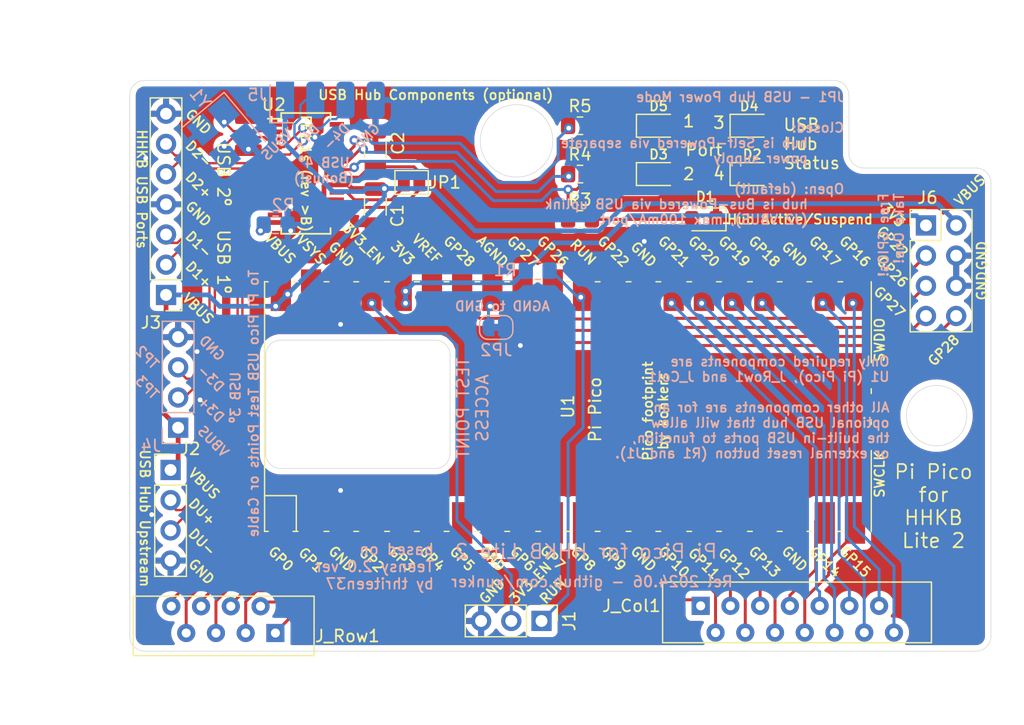
<source format=kicad_pcb>
(kicad_pcb (version 20211014) (generator pcbnew)
  (title_block (title "HHKB Lite 2 - Teensy 2.0") (date "2020-05-19") (rev "2020.06") (company "thirteen37"))
  (layers (0 "F.Cu" signal) (31 "B.Cu" signal) (34 "B.Paste" user) (35 "F.Paste" user) (36 "B.SilkS" user "B.Silkscreen") (37 "F.SilkS" user "F.Silkscreen") (38 "B.Mask" user) (39 "F.Mask" user) (44 "Edge.Cuts" user))
  (net 0 "")
  (net 1 "Net-(J_Col1-Pad14)")
  (net 2 "Net-(J_Col1-Pad13)")
  (net 3 "Net-(J_Col1-Pad12)")
  (net 4 "Net-(J_Col1-Pad8)")
  (net 5 "Net-(J_Col1-Pad7)")
  (net 6 "Net-(J_Col1-Pad6)")
  (net 7 "Net-(J_Col1-Pad5)")
  (net 8 "Net-(J_Col1-Pad4)")
  (net 9 "Net-(J_Col1-Pad3)")
  (net 10 "Net-(J_Col1-Pad2)")
  (net 11 "Net-(J_Col1-Pad1)")
  (net 12 "Net-(J_Row1-Pad8)")
  (net 13 "Net-(J_Row1-Pad7)")
  (net 14 "Net-(J_Row1-Pad6)")
  (net 15 "Net-(J_Row1-Pad5)")
  (net 16 "Net-(J_Row1-Pad4)")
  (net 17 "Net-(J_Row1-Pad3)")
  (net 18 "Net-(J_Row1-Pad2)")
  (net 19 "GND")
  (net 20 "RESET_H")
  (net 22 "Net-(J_Col1-Pad9)")
  (net 23 "3V3_EN_H")
  (net 25 "Net-(J_Col1-Pad10)")
  (net 26 "Net-(J_Col1-Pad11)")
  (net 27 "Net-(J_Row1-Pad1)")
  (net 28 "D2+")
  (net 29 "VD3.3")
  (net 30 "VBUS")
  (net 33 "DU+")
  (net 34 "DU-")
  (net 35 "D2-")
  (net 36 "D1+")
  (net 37 "D1-")
  (net 38 "Net-(R2-Pad1)")
  (net 39 "XTAL-")
  (net 40 "XTAL+")
  (net 41 "BUSJ")
  (net 42 "D3+")
  (net 43 "D3-")
  (net 44 "DRV")
  (net 45 "Net-(D2-Pad2)")
  (net 46 "Net-(D4-Pad2)")
  (net 47 "LED1")
  (net 48 "LED2")
  (net 49 "Net-(D1-Pad2)")
  (net 50 "D4+")
  (net 51 "D4-")
  (net 52 "GPIO28")
  (net 53 "GPIO27")
  (net 54 "GPIP26")
  (net 55 "GPIO22")
  (net 56 "+3V3")
  (net 60 "AGND")
  (footprint "Connector_Molex_Easy-On:Molex_Easy-On_39-53-2084_8-Contacts" (layer "F.Cu") (at 134.112 75.438 180)
    (fp_text reference "J_Row1")
    (fp_text value "Rows")
  )
  (footprint "Connector_Molex_Easy-On:Molex_Easy-On_39-53-2144_14-Contacts" (layer "F.Cu") (at 169.91 73.152)
    (fp_text reference "J_Col1")
    (fp_text value "Columns")
  )
  (footprint "Capacitor_SMD:C_1206_3216Metric" (layer "F.Cu") (at 142.561 34.743 90)
    (fp_text reference "C2")
    (fp_text value "10uF")
  )
  (footprint "Connector_PinHeader_2.54mm:PinHeader_1x07_P2.54mm_Vertical" (layer "F.Cu") (at 124.968 46.995 180)
    (fp_text reference "J3")
    (fp_text value "Conn_01x07_Male")
  )
  (footprint "Jumper:SolderJumper-2_P1.3mm_Open_Pad1.0x1.5mm" (layer "F.Cu") (at 145.609 37.537)
    (fp_text reference "JP1")
    (fp_text value "Jumper-2_P1.3mm_Open_Pad1.0x1.5mm")
  )
  (footprint "Connector_PinHeader_2.54mm:PinHeader_1x03_P2.54mm_Vertical" (layer "F.Cu") (at 156.531 74.422 -90)
    (fp_text reference "J1")
    (fp_text value "Conn_01x02_Male")
  )
  (footprint "MCU_RaspberryPi_and_Boards:RPi_Pico_SMD" (layer "F.Cu") (at 158.75 56.388 90)
    (fp_text reference "U1")
    (fp_text value "Pico")
  )
  (footprint "LED_SMD:LED_0805_2012Metric_Pad1.15x1.40mm_HandSolder" (layer "F.Cu") (at 166.37 36.83)
    (fp_text reference "D3")
    (fp_text value "LED")
  )
  (footprint "Package_SO:SSOP-28_3.9x9.9mm_P0.635mm" (layer "F.Cu") (at 136.719 36.775)
    (fp_text reference "U2")
    (fp_text value "FE1.1s")
  )
  (footprint "Connector_PinHeader_2.54mm:PinHeader_2x04_P2.54mm_Vertical" (layer "F.Cu") (at 188.849 41.148)
    (fp_text reference "J6")
    (fp_text value "Conn_01x07_Male")
  )
  (footprint "Resistor_SMD:R_0805_2012Metric_Pad1.20x1.40mm_HandSolder" (layer "F.Cu") (at 159.766 36.83)
    (fp_text reference "R4")
    (fp_text value "330")
  )
  (footprint "LED_SMD:LED_0805_2012Metric_Pad1.15x1.40mm_HandSolder" (layer "F.Cu") (at 174.244 36.83)
    (fp_text reference "D2")
    (fp_text value "LED")
  )
  (footprint "Resistor_SMD:R_0805_2012Metric_Pad1.20x1.40mm_HandSolder" (layer "F.Cu") (at 159.766 40.64)
    (fp_text reference "R3")
    (fp_text value "330")
  )
  (footprint "LED_SMD:LED_0805_2012Metric_Pad1.15x1.40mm_HandSolder" (layer "F.Cu") (at 174.244 32.766)
    (fp_text reference "D4")
    (fp_text value "LED")
  )
  (footprint "Resistor_SMD:R_0805_2012Metric_Pad1.20x1.40mm_HandSolder" (layer "F.Cu") (at 159.766 32.766)
    (fp_text reference "R5")
    (fp_text value "330")
  )
  (footprint "Connector_PinHeader_2.54mm:PinHeader_1x04_P2.54mm_Vertical" (layer "F.Cu") (at 125.349 61.722)
    (fp_text reference "J2")
    (fp_text value "Conn_01x02_Male")
  )
  (footprint "LED_SMD:LED_0805_2012Metric_Pad1.15x1.40mm_HandSolder" (layer "F.Cu") (at 170.18 40.64 180)
    (fp_text reference "D1")
    (fp_text value "LED")
  )
  (footprint "LED_SMD:LED_0805_2012Metric_Pad1.15x1.40mm_HandSolder" (layer "F.Cu") (at 166.37 32.766)
    (fp_text reference "D5")
    (fp_text value "LED")
  )
  (footprint "Capacitor_SMD:C_1206_3216Metric" (layer "F.Cu") (at 142.561 39.569 -90)
    (fp_text reference "C1")
    (fp_text value "10uF")
  )
  (footprint "Crystal:Crystal_SMD_3225-4Pin_3.2x2.5mm_HandSoldering" (layer "B.Cu") (at 129.861 33.473 -50)
    (fp_text reference "Y1")
    (fp_text value "12mhz")
  )
  (footprint "Resistor_SMD:R_0805_2012Metric_Pad1.20x1.40mm_HandSolder" (layer "B.Cu") (at 134.179 41.093)
    (fp_text reference "R2")
    (fp_text value "2.7K")
  )
  (footprint "Jumper:SolderJumper-2_P1.3mm_Bridged_RoundedPad1.0x1.5mm" (layer "B.Cu") (at 152.721 49.729)
    (fp_text reference "JP2")
    (fp_text value "Jumper_2_Bridged")
  )
  (footprint "Connector_PinHeader_2.54mm:2.54mm 1x4 header edge" (layer "B.Cu") (at 133.703 28.955 -90)
    (fp_text reference "J5")
    (fp_text value "Conn_01x02_Male")
  )
  (footprint "Resistor_SMD:R_0805_2012Metric_Pad1.20x1.40mm_HandSolder" (layer "B.Cu") (at 156.21 44.958)
    (fp_text reference "R1")
    (fp_text value "4.7K")
  )
  (footprint "Connector_PinHeader_2.54mm:PinHeader_1x04_P2.54mm_Vertical" (layer "B.Cu") (at 125.984 58.166)
    (fp_text reference "J4")
    (fp_text value "Conn_01x04_Male")
  )
  (gr_line (start 123.172619 28.956) (end 181.119381 28.956) (layer "Edge.Cuts") (width 0.05))
  (gr_line (start 123.172619 76.962) (end 193.057381 76.962) (layer "Edge.Cuts") (width 0.05))
  (gr_line (start 193.057381 36.322) (end 183.624619 36.322) (layer "Edge.Cuts") (width 0.05))
  (gr_circle (center 154.432 34.036) (end 157.48 34.036) (layer "Edge.Cuts") (width 0.05) (fill none))
  (gr_arc (start 183.624619 36.322) (mid 182.738884 35.955116) (end 182.372 35.069381) (layer "Edge.Cuts") (width 0.05))
  (gr_arc (start 147.591381 50.8) (mid 148.477122 51.166878) (end 148.844 52.052619) (layer "Edge.Cuts") (width 0.05))
  (gr_arc (start 123.172619 76.962) (mid 122.286884 76.595116) (end 121.92 75.709381) (layer "Edge.Cuts") (width 0.05))
  (gr_arc (start 121.92 30.208619) (mid 122.286884 29.322884) (end 123.172619 28.956) (layer "Edge.Cuts") (width 0.05))
  (gr_line (start 147.591381 61.595) (end 134.602619 61.595) (layer "Edge.Cuts") (width 0.05))
  (gr_line (start 194.31 75.709381) (end 194.31 37.574619) (layer "Edge.Cuts") (width 0.05))
  (gr_line (start 133.35 60.342381) (end 133.35 52.052619) (layer "Edge.Cuts") (width 0.05))
  (gr_line (start 121.92 75.709381) (end 121.92 30.208619) (layer "Edge.Cuts") (width 0.05))
  (gr_arc (start 193.057381 36.322) (mid 193.943116 36.688884) (end 194.31 37.574619) (layer "Edge.Cuts") (width 0.05))
  (gr_arc (start 194.31 75.709381) (mid 193.943116 76.595116) (end 193.057381 76.962) (layer "Edge.Cuts") (width 0.05))
  (gr_circle (center 189.738 57.15) (end 187.198 57.15) (layer "Edge.Cuts") (width 0.05) (fill none))
  (gr_arc (start 134.602619 61.595) (mid 133.716878 61.228122) (end 133.35 60.342381) (layer "Edge.Cuts") (width 0.05))
  (gr_arc (start 181.119381 28.956) (mid 182.005116 29.322884) (end 182.372 30.208619) (layer "Edge.Cuts") (width 0.05))
  (gr_line (start 182.372 35.069381) (end 182.372 30.208619) (layer "Edge.Cuts") (width 0.05))
  (gr_arc (start 148.844 60.342381) (mid 148.477122 61.228122) (end 147.591381 61.595) (layer "Edge.Cuts") (width 0.05))
  (gr_line (start 148.844 52.052619) (end 148.844 60.342381) (layer "Edge.Cuts") (width 0.05))
  (gr_line (start 134.602619 50.8) (end 147.591381 50.8) (layer "Edge.Cuts") (width 0.05))
  (gr_arc (start 133.35 52.052619) (mid 133.716878 51.166878) (end 134.602619 50.8) (layer "Edge.Cuts") (width 0.05))
  (gr_text "VBUS" (at 135.449 33.219 45) (layer "B.SilkS") (effects (font (size 0.8 0.8)) (justify left mirror)))
  (gr_text "D3-" (at 127.762 53.056 315) (layer "B.SilkS") (effects (font (size 0.8 0.8)) (justify right mirror)))
  (gr_text "USB 4º\n(Bonus!)" (at 138.243 36.521) (layer "B.SilkS") (effects (font (size 0.8 0.8)) (justify mirror)))
  (gr_text "JP1 - USB Hub Power Mode\n\nClosed:\n     hub is Self-Powered via separate\n     power supply\n\nOpen: (default)\n     hub is Bus-Powered via USB uplink\n     (J2 VBUS), max 100mA/port\n" (at 182.058 35.505) (layer "B.SilkS") (effects (font (size 0.8 0.8)) (justify left mirror)))
  (gr_text "D4-" (at 140.275 32.711 45) (layer "B.SilkS") (effects (font (size 0.8 0.8)) (justify left mirror)))
  (gr_text "VBUS" (at 127.762 58.166 315) (layer "B.SilkS") (effects (font (size 0.8 0.8)) (justify right mirror)))
  (gr_text "TEST POINT\nACCESS" (at 150.749 56.515 90) (layer "B.SilkS") (effects (font (size 1 1)) (justify mirror)))
  (gr_text "D3+" (at 127.762 55.626 315) (layer "B.SilkS") (effects (font (size 0.8 0.8)) (justify right mirror)))
  (gr_text "Free GPIOs!\nTake One!" (at 185.928 38.354 90) (layer "B.SilkS") (effects (font (size 0.8 0.8)) (justify left mirror)))
  (gr_text "USB 3º" (at 130.81 55.626 90) (layer "B.SilkS") (effects (font (size 0.8 0.8)) (justify mirror)))
  (gr_text "To Pi Pico USB Test Points or Cable" (at 132.334 56.134 90) (layer "B.SilkS") (effects (font (size 0.8 0.8)) (justify mirror)))
  (gr_text "D4+" (at 137.735 32.766 45) (layer "B.SilkS") (effects (font (size 0.8 0.8)) (justify left mirror)))
  (gr_text "GND" (at 127.889 50.546 315) (layer "B.SilkS") (effects (font (size 0.8 0.8)) (justify right mirror)))
  (gr_text "Pi Pico for HHKB Lite 2" (at 160.274 68.58) (layer "B.SilkS") (effects (font (size 1.2 1.2)) (justify mirror)))
  (gr_text "Rel 2024.06 - github.com/xunker" (at 148.844 71.12) (layer "B.SilkS") (effects (font (size 0.9 0.9)) (justify right mirror)))
  (gr_text "AGND to GND" (at 149.165 47.951) (layer "B.SilkS") (effects (font (size 0.8 0.8)) (justify right mirror)))
  (gr_text "Only required components are\nU1 (Pi Pico), J_Row1 and J_Col1\n\nAll other components are for an\noptional USB hub that will allow\nthe built-in USB ports to function,\nor external reset button (R1 and J1)." (at 185.868 56.46) (layer "B.SilkS") (effects (font (size 0.8 0.8)) (justify left mirror)))
  (gr_text "TP3" (at 124.206 55.626 315) (layer "B.SilkS") (effects (font (size 0.8 0.8)) (justify left mirror)))
  (gr_text "GND" (at 142.815 32.711 45) (layer "B.SilkS") (effects (font (size 0.8 0.8)) (justify left mirror)))
  (gr_text "based on\nTeensy 2.0 ver\nby thriteen37" (at 147.574 69.85) (layer "B.SilkS") (effects (font (size 0.9 0.9)) (justify left mirror)))
  (gr_text "TP2" (at 124.206 53.086 315) (layer "B.SilkS") (effects (font (size 0.8 0.8)) (justify left mirror)))
  (gr_text "3V3_EN" (at 153.991 72.843 45) (layer "F.SilkS") (effects (font (size 0.8 0.8)) (justify left)))
  (gr_text "USB Hub Components (optional)" (at 147.641 30.171) (layer "F.SilkS") (effects (font (size 0.8 0.8))))
  (gr_text "USB\nHub\nStatus" (at 176.784 34.29) (layer "F.SilkS") (effects (font (size 1 1)) (justify left)))
  (gr_text "D2+" (at 126.746 36.8 315) (layer "F.SilkS") (effects (font (size 0.8 0.8)) (justify left)))
  (gr_text "Hub Active/Suspend" (at 172.04 40.64) (layer "F.SilkS") (effects (font (size 0.8 0.8)) (justify left)))
  (gr_text "D1-" (at 126.746 41.783 315) (layer "F.SilkS") (effects (font (size 0.8 0.8)) (justify left)))
  (gr_text "USB Hub Upstream" (at 123.19 65.786 270) (layer "F.SilkS") (effects (font (size 0.8 0.8))))
  (gr_text "3" (at 171.45 32.512) (layer "F.SilkS") (effects (font (size 1 1))))
  (gr_text "GP28" (at 191.516 50.491 45) (layer "F.SilkS") (effects (font (size 0.8 0.8)) (justify right)))
  (gr_text "USB 1º" (at 129.794 44.196 270) (layer "F.SilkS") (effects (font (size 1 1))))
  (gr_text "GND" (at 193.548 46.228 90) (layer "F.SilkS") (effects (font (size 0.8 0.8))))
  (gr_text "D1+" (at 126.746 44.323 315) (layer "F.SilkS") (effects (font (size 0.8 0.8)) (justify left)))
  (gr_text "Pi Pico" (at 161.036 56.642 90) (layer "F.SilkS") (effects (font (size 1 1))))
  (gr_text "GND" (at 126.746 39.243 315) (layer "F.SilkS") (effects (font (size 0.8 0.8)) (justify left)))
  (gr_text "GND" (at 127 69.342 315) (layer "F.SilkS") (effects (font (size 0.8 0.8)) (justify left)))
  (gr_text "RUN" (at 156.531 72.843 45) (layer "F.SilkS") (effects (font (size 0.8 0.8)) (justify left)))
  (gr_text "FE1.1s (rev >B)" (at 136.719 36.775 270) (layer "F.SilkS") (effects (font (size 0.8 0.8))))
  (gr_text "DU-" (at 127 66.802 315) (layer "F.SilkS") (effects (font (size 0.8 0.8)) (justify left)))
  (gr_text "USB 2º" (at 129.794 36.83 270) (layer "F.SilkS") (effects (font (size 1 1))))
  (gr_text "3V3" (at 186.944 41.148 315) (layer "F.SilkS") (effects (font (size 0.8 0.8)) (justify right)))
  (gr_text "GND" (at 193.548 43.688 90) (layer "F.SilkS") (effects (font (size 0.8 0.8))))
  (gr_text "Pico footprint\nby konkers" (at 166.116 56.769 90) (layer "F.SilkS") (effects (font (size 0.8 0.8))))
  (gr_text "VBUS" (at 191.389 39.37 45) (layer "F.SilkS") (effects (font (size 0.8 0.8)) (justify left)))
  (gr_text "HHKB USB Ports" (at 122.936 38.1 270) (layer "F.SilkS") (effects (font (size 0.8 0.8))))
  (gr_text "VBUS" (at 126.492 46.995 315) (layer "F.SilkS") (effects (font (size 0.8 0.8)) (justify left)))
  (gr_text "GP26" (at 187.198 46.228 315) (layer "F.SilkS") (effects (font (size 0.8 0.8)) (justify right)))
  (gr_text "VBUS" (at 127 61.722 315) (layer "F.SilkS") (effects (font (size 0.8 0.8)) (justify left)))
  (gr_text "GP27" (at 186.944 48.768 315) (layer "F.SilkS") (effects (font (size 0.8 0.8)) (justify right)))
  (gr_text "4" (at 171.45 36.83) (layer "F.SilkS") (effects (font (size 1 1))))
  (gr_text "2" (at 168.91 36.83) (layer "F.SilkS") (effects (font (size 1 1))))
  (gr_text "Port" (at 170.18 34.798) (layer "F.SilkS") (effects (font (size 1 1))))
  (gr_text "DU+" (at 127 64.262 315) (layer "F.SilkS") (effects (font (size 0.8 0.8)) (justify left)))
  (gr_text "GND" (at 126.746 31.496 315) (layer "F.SilkS") (effects (font (size 0.8 0.8)) (justify left)))
  (gr_text "GP22" (at 187.198 43.688 315) (layer "F.SilkS") (effects (font (size 0.8 0.8)) (justify right)))
  (gr_text "GND" (at 151.451 72.843 45) (layer "F.SilkS") (effects (font (size 0.8 0.8)) (justify left)))
  (gr_text "Pi Pico\nfor\nHHKB\nLite 2" (at 189.484 64.77) (layer "F.SilkS") (effects (font (size 1.2 1.2))))
  (gr_text "D2-" (at 126.746 34.163 315) (layer "F.SilkS") (effects (font (size 0.8 0.8)) (justify left)))
  (gr_text "1" (at 168.91 32.385) (layer "F.SilkS") (effects (font (size 1 1))))
  (via (at 182.693 47.697) (size 0.8) (drill 0.4) (layers "F.Cu" "B.Cu") (net 1))
  (segment (start 182.693 47.697) (end 182.82 47.824) (width 0.25) (layer "B.Cu") (net 1))
  (segment (start 182.82 47.824) (end 182.82 66.488) (width 0.25) (layer "B.Cu") (net 1))
  (segment (start 186.16 69.828) (end 186.16 75.402) (width 0.25) (layer "B.Cu") (net 1))
  (segment (start 182.82 66.488) (end 186.16 69.828) (width 0.25) (layer "B.Cu") (net 1))
  (via (at 180.153 47.697) (size 0.8) (drill 0.4) (layers "F.Cu" "B.Cu") (net 2))
  (segment (start 184.91 70.102) (end 184.91 73.152) (width 0.25) (layer "B.Cu") (net 2))
  (segment (start 182.185 49.729) (end 182.185 67.377) (width 0.25) (layer "B.Cu") (net 2))
  (segment (start 180.153 47.697) (end 182.185 49.729) (width 0.25) (layer "B.Cu") (net 2))
  (segment (start 182.185 67.377) (end 184.91 70.102) (width 0.25) (layer "B.Cu") (net 2))
  (via (at 175.073 47.697) (size 0.8) (drill 0.4) (layers "F.Cu" "B.Cu") (net 3))
  (segment (start 183.66 70.884) (end 183.66 75.402) (width 0.25) (layer "B.Cu") (net 3))
  (segment (start 175.073 47.697) (end 181.55 54.174) (width 0.25) (layer "B.Cu") (net 3))
  (segment (start 181.55 54.174) (end 181.55 68.774) (width 0.25) (layer "B.Cu") (net 3))
  (segment (start 181.55 68.774) (end 183.66 70.884) (width 0.25) (layer "B.Cu") (net 3))
  (segment (start 182.88 67.068) (end 182.88 65.278) (width 0.25) (layer "F.Cu") (net 4))
  (segment (start 178.66 72.546) (end 180.661 70.545) (width 0.25) (layer "F.Cu") (net 4))
  (segment (start 180.661 69.287) (end 182.88 67.068) (width 0.25) (layer "F.Cu") (net 4))
  (segment (start 178.66 75.402) (end 178.66 72.546) (width 0.25) (layer "F.Cu") (net 4))
  (segment (start 180.661 70.545) (end 180.661 69.287) (width 0.25) (layer "F.Cu") (net 4))
  (segment (start 177.41 73.152) (end 177.41 72.272) (width 0.25) (layer "F.Cu") (net 5))
  (segment (start 179.578 66.04) (end 180.34 65.278) (width 0.25) (layer "F.Cu") (net 5))
  (segment (start 179.578 70.104) (end 179.578 66.04) (width 0.25) (layer "F.Cu") (net 5))
  (segment (start 177.41 72.272) (end 179.578 70.104) (width 0.25) (layer "F.Cu") (net 5))
  (segment (start 176.16 75.402) (end 176.16 70.496) (width 0.25) (layer "F.Cu") (net 6))
  (segment (start 176.022 66.04) (end 175.26 65.278) (width 0.25) (layer "F.Cu") (net 6))
  (segment (start 176.16 70.496) (end 176.022 70.358) (width 0.25) (layer "F.Cu") (net 6))
  (segment (start 176.022 70.358) (end 176.022 66.04) (width 0.25) (layer "F.Cu") (net 6))
  (segment (start 173.482 66.04) (end 172.72 65.278) (width 0.25) (layer "F.Cu") (net 7))
  (segment (start 174.91 69.2815) (end 173.482 67.8535) (width 0.25) (layer "F.Cu") (net 7))
  (segment (start 174.91 73.152) (end 174.91 69.2815) (width 0.25) (layer "F.Cu") (net 7))
  (segment (start 173.482 67.8535) (end 173.482 66.04) (width 0.25) (layer "F.Cu") (net 7))
  (segment (start 170.942 66.04) (end 170.18 65.278) (width 0.25) (layer "F.Cu") (net 8))
  (segment (start 170.942 67.95) (end 170.942 66.04) (width 0.25) (layer "F.Cu") (net 8))
  (segment (start 173.66 70.668) (end 170.942 67.95) (width 0.25) (layer "F.Cu") (net 8))
  (segment (start 173.66 75.402) (end 173.66 70.668) (width 0.25) (layer "F.Cu") (net 8))
  (segment (start 172.41 71.826) (end 168.402 67.818) (width 0.25) (layer "F.Cu") (net 9))
  (segment (start 168.402 66.04) (end 167.64 65.278) (width 0.25) (layer "F.Cu") (net 9))
  (segment (start 168.402 67.818) (end 168.402 66.04) (width 0.25) (layer "F.Cu") (net 9))
  (segment (start 172.41 73.152) (end 172.41 71.826) (width 0.25) (layer "F.Cu") (net 9))
  (segment (start 171.16 75.402) (end 171.16 72.1) (width 0.25) (layer "F.Cu") (net 10))
  (segment (start 170.688 71.628) (end 167.132 71.628) (width 0.25) (layer "F.Cu") (net 10))
  (segment (start 167.132 71.628) (end 162.56 67.056) (width 0.25) (layer "F.Cu") (net 10))
  (segment (start 171.16 72.1) (end 170.688 71.628) (width 0.25) (layer "F.Cu") (net 10))
  (segment (start 166.746 72.644) (end 169.402 72.644) (width 0.25) (layer "F.Cu") (net 11))
  (segment (start 160.02 67.056) (end 162.185 69.221) (width 0.25) (layer "F.Cu") (net 11))
  (segment (start 163.323 69.221) (end 166.746 72.644) (width 0.25) (layer "F.Cu") (net 11))
  (segment (start 162.185 69.221) (end 163.323 69.221) (width 0.25) (layer "F.Cu") (net 11))
  (segment (start 133.858 67.818) (end 134.62 67.056) (width 0.25) (layer "F.Cu") (net 12))
  (segment (start 130.302 67.818) (end 133.858 67.818) (width 0.25) (layer "F.Cu") (net 12))
  (segment (start 125.412 72.708) (end 130.302 67.818) (width 0.25) (layer "F.Cu") (net 12))
  (segment (start 126.662 75.438) (end 126.662 72.728) (width 0.25) (layer "F.Cu") (net 13))
  (segment (start 135.424511 68.834) (end 137.16 67.098511) (width 0.25) (layer "F.Cu") (net 13))
  (segment (start 126.662 72.728) (end 130.556 68.834) (width 0.25) (layer "F.Cu") (net 13))
  (segment (start 130.556 68.834) (end 135.424511 68.834) (width 0.25) (layer "F.Cu") (net 13))
  (segment (start 131.064 69.596) (end 139.7 69.596) (width 0.25) (layer "F.Cu") (net 14))
  (segment (start 127.912 72.748) (end 131.064 69.596) (width 0.25) (layer "F.Cu") (net 14))
  (segment (start 139.7 69.596) (end 142.24 67.056) (width 0.25) (layer "F.Cu") (net 14))
  (segment (start 141.309022 70.358) (end 144.78 66.887022) (width 0.25) (layer "F.Cu") (net 15))
  (segment (start 129.162 75.438) (end 129.162 72.768) (width 0.25) (layer "F.Cu") (net 15))
  (segment (start 131.572 70.358) (end 141.309022 70.358) (width 0.25) (layer "F.Cu") (net 15))
  (segment (start 129.162 72.768) (end 131.572 70.358) (width 0.25) (layer "F.Cu") (net 15))
  (segment (start 130.412 73.042) (end 132.334 71.12) (width 0.25) (layer "F.Cu") (net 16))
  (segment (start 132.334 71.12) (end 143.129 71.12) (width 0.25) (layer "F.Cu") (net 16))
  (segment (start 143.129 71.12) (end 147.32 66.929) (width 0.25) (layer "F.Cu") (net 16))
  (segment (start 131.662 72.808) (end 132.588 71.882) (width 0.25) (layer "F.Cu") (net 17))
  (segment (start 144.949511 71.882) (end 149.86 66.971511) (width 0.25) (layer "F.Cu") (net 17))
  (segment (start 131.662 75.438) (end 131.662 72.808) (width 0.25) (layer "F.Cu") (net 17))
  (segment (start 132.588 71.882) (end 144.949511 71.882) (width 0.25) (layer "F.Cu") (net 17))
  (segment (start 149.606 68.58) (end 153.247022 68.58) (width 0.25) (layer "F.Cu") (net 18))
  (segment (start 145.358 72.828) (end 149.606 68.58) (width 0.25) (layer "F.Cu") (net 18))
  (segment (start 153.247022 68.58) (end 154.94 66.887022) (width 0.25) (layer "F.Cu") (net 18))
  (segment (start 132.912 72.828) (end 145.358 72.828) (width 0.25) (layer "F.Cu") (net 18))
  (via (at 123.257 35.505) (size 0.8) (drill 0.4) (layers "F.Cu" "B.Cu") (net 19))
  (via (at 123.765 65.477) (size 0.8) (drill 0.4) (layers "F.Cu" "B.Cu") (net 19))
  (via (at 139.64 49.475) (size 0.8) (drill 0.4) (layers "F.Cu" "B.Cu") (net 19))
  (via (at 135.449 41.601) (size 0.8) (drill 0.4) (layers "F.Cu" "B.Cu") (net 19))
  (via (at 137.481 33.727) (size 0.8) (drill 0.4) (layers "F.Cu" "B.Cu") (net 19))
  (via (at 139.64 63.445) (size 0.8) (drill 0.4) (layers "F.Cu" "B.Cu") (net 19))
  (via (at 131.893 34.743) (size 0.8) (drill 0.4) (layers "F.Cu" "B.Cu") (net 19))
  (via (at 154.753 51.253) (size 0.8) (drill 0.4) (layers "F.Cu" "B.Cu") (net 19))
  (via (at 165.167 42.49) (size 0.8) (drill 0.4) (layers "F.Cu" "B.Cu") (net 19))
  (via (at 127.829 55.825) (size 0.8) (drill 0.4) (layers "F.Cu" "B.Cu") (net 19))
  (via (at 135.449 39.569) (size 0.8) (drill 0.4) (layers "F.Cu" "B.Cu") (net 19))
  (via (at 127.575 51.761) (size 0.8) (drill 0.4) (layers "F.Cu" "B.Cu") (net 19))
  (via (at 159.833 47.189) (size 0.8) (drill 0.4) (layers "F.Cu" "B.Cu") (net 20))
  (segment (start 159.833 47.189) (end 159.584 47.189) (width 0.25) (layer "B.Cu") (net 20))
  (segment (start 159.584 47.189) (end 157.353 44.958) (width 0.25) (layer "B.Cu") (net 20))
  (segment (start 160.02 58.166) (end 158.7662 59.4198) (width 0.25) (layer "B.Cu") (net 20))
  (segment (start 158.7662 59.4198) (end 158.7662 72.1826) (width 0.25) (layer "B.Cu") (net 20))
  (segment (start 159.833 47.189) (end 160.02 47.376) (width 0.25) (layer "B.Cu") (net 20))
  (segment (start 158.7662 72.1826) (end 156.531 74.4178) (width 0.25) (layer "B.Cu") (net 20))
  (segment (start 160.02 47.376) (end 160.02 58.166) (width 0.25) (layer "B.Cu") (net 20))
  (via (at 167.453 47.697) (size 0.8) (drill 0.4) (layers "F.Cu" "B.Cu") (net 22))
  (segment (start 179.645 71.7) (end 179.90525 71.96025) (width 0.25) (layer "B.Cu") (net 22))
  (segment (start 179.645 59.889) (end 179.645 71.7) (width 0.25) (layer "B.Cu") (net 22))
  (segment (start 167.453 47.697) (end 179.645 59.889) (width 0.25) (layer "B.Cu") (net 22))
  (segment (start 179.90525 71.96025) (end 179.90525 73.152) (width 0.25) (layer "B.Cu") (net 22))
  (via (at 142.2562 47.697) (size 0.8) (drill 0.4) (layers "F.Cu" "B.Cu") (net 23))
  (segment (start 149.419 51.253) (end 149.419 65.985) (width 0.25) (layer "B.Cu") (net 23))
  (segment (start 149.419 65.985) (end 153.991 70.557) (width 0.25) (layer "B.Cu") (net 23))
  (segment (start 153.991 70.557) (end 153.991 74.422) (width 0.25) (layer "B.Cu") (net 23))
  (segment (start 142.2562 47.9002) (end 144.593 50.237) (width 0.25) (layer "B.Cu") (net 23))
  (segment (start 144.593 50.237) (end 148.403 50.237) (width 0.25) (layer "B.Cu") (net 23))
  (segment (start 142.2562 47.697) (end 142.2562 47.9002) (width 0.25) (layer "B.Cu") (net 23))
  (segment (start 148.403 50.237) (end 149.419 51.253) (width 0.25) (layer "B.Cu") (net 23))
  (via (at 169.993 47.697) (size 0.8) (drill 0.4) (layers "F.Cu" "B.Cu") (net 25))
  (segment (start 169.993 47.697) (end 180.28 57.984) (width 0.25) (layer "B.Cu") (net 25))
  (segment (start 180.28 70.82) (end 181.16 71.7) (width 0.25) (layer "B.Cu") (net 25))
  (segment (start 180.28 57.984) (end 180.28 70.82) (width 0.25) (layer "B.Cu") (net 25))
  (segment (start 181.16 71.7) (end 181.16 75.402) (width 0.25) (layer "B.Cu") (net 25))
  (via (at 172.533 47.697) (size 0.8) (drill 0.4) (layers "F.Cu" "B.Cu") (net 26))
  (segment (start 180.915 56.079) (end 180.915 70.356062) (width 0.25) (layer "B.Cu") (net 26))
  (segment (start 172.533 47.697) (end 180.915 56.079) (width 0.25) (layer "B.Cu") (net 26))
  (segment (start 182.41 71.851062) (end 182.41 73.152) (width 0.25) (layer "B.Cu") (net 26))
  (segment (start 180.915 70.356062) (end 182.41 71.851062) (width 0.25) (layer "B.Cu") (net 26))
  (segment (start 150.114 69.342) (end 155.025022 69.342) (width 0.25) (layer "F.Cu") (net 27))
  (segment (start 155.025022 69.342) (end 157.48 66.887022) (width 0.25) (layer "F.Cu") (net 27))
  (segment (start 135.89 73.66) (end 145.796 73.66) (width 0.25) (layer "F.Cu") (net 27))
  (segment (start 145.796 73.66) (end 150.114 69.342) (width 0.25) (layer "F.Cu") (net 27))
  (segment (start 134.162 75.388) (end 135.89 73.66) (width 0.25) (layer "F.Cu") (net 27))
  (segment (start 131.668 37.635) (end 133.126499 37.635) (width 0.2) (layer "F.Cu") (net 28))
  (segment (start 133.126499 37.635) (end 133.218999 37.7275) (width 0.2) (layer "F.Cu") (net 28))
  (segment (start 124.968 44.455) (end 124.968 44.335) (width 0.2) (layer "F.Cu") (net 28))
  (segment (start 124.968 44.335) (end 131.668 37.635) (width 0.2) (layer "F.Cu") (net 28))
  (segment (start 133.218999 37.7275) (end 134.119 37.7275) (width 0.2) (layer "F.Cu") (net 28))
  (segment (start 141.2275 37.0925) (end 142.102 36.218) (width 0.25) (layer "F.Cu") (net 29))
  (segment (start 139.319 39.6325) (end 144.7835 39.6325) (width 0.25) (layer "F.Cu") (net 29))
  (segment (start 146.259 36.663) (end 146.259 37.537) (width 0.25) (layer "F.Cu") (net 29))
  (segment (start 138.394489 36.982011) (end 138.504978 37.0925) (width 0.25) (layer "F.Cu") (net 29))
  (segment (start 142.561 36.218) (end 145.814 36.218) (width 0.25) (layer "F.Cu") (net 29))
  (segment (start 142.102 36.218) (end 142.561 36.218) (width 0.25) (layer "F.Cu") (net 29))
  (segment (start 138.469 33.9175) (end 138.394489 33.992011) (width 0.25) (layer "F.Cu") (net 29))
  (segment (start 139.319 37.0925) (end 141.2275 37.0925) (width 0.25) (layer "F.Cu") (net 29))
  (segment (start 138.394489 33.992011) (end 138.394489 36.982011) (width 0.25) (layer "F.Cu") (net 29))
  (segment (start 138.504978 37.0925) (end 139.319 37.0925) (width 0.25) (layer "F.Cu") (net 29))
  (segment (start 145.814 36.218) (end 146.259 36.663) (width 0.25) (layer "F.Cu") (net 29))
  (segment (start 146.259 38.157) (end 146.259 37.537) (width 0.25) (layer "F.Cu") (net 29))
  (segment (start 139.319 33.9175) (end 138.469 33.9175) (width 0.25) (layer "F.Cu") (net 29))
  (segment (start 144.7835 39.6325) (end 146.259 38.157) (width 0.25) (layer "F.Cu") (net 29))
  (segment (start 143.323 38.045) (end 140.593283 38.045) (width 0.4) (layer "F.Cu") (net 30))
  (segment (start 143.274 38.094) (end 142.561 38.094) (width 0.4) (layer "F.Cu") (net 30))
  (segment (start 124.46 49.53) (end 124.46 56.642) (width 0.4) (layer "F.Cu") (net 30))
  (segment (start 140.275783 37.7275) (end 139.319 37.7275) (width 0.4) (layer "F.Cu") (net 30))
  (segment (start 138.354978 37.7275) (end 139.319 37.7275) (width 0.4) (layer "F.Cu") (net 30))
  (segment (start 143.323 38.045) (end 143.274 38.094) (width 0.4) (layer "F.Cu") (net 30))
  (segment (start 124.968 49.022) (end 124.46 49.53) (width 0.4) (layer "F.Cu") (net 30))
  (segment (start 138.243 37.839478) (end 138.354978 37.7275) (width 0.4) (layer "F.Cu") (net 30))
  (segment (start 124.46 56.642) (end 125.984 58.166) (width 0.4) (layer "F.Cu") (net 30))
  (segment (start 140.593283 38.045) (end 140.275783 37.7275) (width 0.4) (layer "F.Cu") (net 30))
  (segment (start 139.319 38.9975) (end 138.354978 38.9975) (width 0.4) (layer "F.Cu") (net 30))
  (segment (start 138.354978 38.9975) (end 138.243 38.885522) (width 0.4) (layer "F.Cu") (net 30))
  (segment (start 138.243 38.885522) (end 138.243 37.839478) (width 0.4) (layer "F.Cu") (net 30))
  (segment (start 125.984 61.087) (end 125.984 58.166) (width 0.4) (layer "F.Cu") (net 30))
  (segment (start 124.968 46.995) (end 124.968 49.022) (width 0.4) (layer "F.Cu") (net 30))
  (via (at 134.179 47.951) (size 0.8) (drill 0.4) (layers "F.Cu" "B.Cu") (net 30))
  (via (at 135.195 46.935) (size 0.8) (drill 0.4) (layers "F.Cu" "B.Cu") (net 30))
  (via (at 143.323 38.045) (size 0.8) (drill 0.4) (layers "F.Cu" "B.Cu") (net 30))
  (segment (start 143.323 38.045) (end 141.799 38.045) (width 0.4) (layer "B.Cu") (net 30))
  (segment (start 163.643 39.315) (end 189.81 39.315) (width 0.4) (layer "B.Cu") (net 30))
  (segment (start 141.545 38.299) (end 139.005 38.299) (width 0.4) (layer "B.Cu") (net 30))
  (segment (start 134.179 47.951) (end 129.475 47.951) (width 0.4) (layer "B.Cu") (net 30))
  (segment (start 150.943 41.601) (end 161.357 41.601) (width 0.4) (layer "B.Cu") (net 30))
  (segment (start 147.387 38.045) (end 150.943 41.601) (width 0.4) (layer "B.Cu") (net 30))
  (segment (start 135.195 46.935) (end 134.179 47.951) (width 0.4) (layer "B.Cu") (net 30))
  (segment (start 143.323 38.807) (end 143.323 38.045) (width 0.4) (layer "B.Cu") (net 30))
  (segment (start 134.973 34.267) (end 134.973 30.606) (width 0.4) (layer "B.Cu") (net 30))
  (segment (start 189.81 39.315) (end 191.389 40.894) (width 0.4) (layer "B.Cu") (net 30))
  (segment (start 143.323 38.045) (end 147.387 38.045) (width 0.4) (layer "B.Cu") (net 30))
  (segment (start 161.357 41.601) (end 163.643 39.315) (width 0.4) (layer "B.Cu") (net 30))
  (segment (start 129.475 47.951) (end 128.519 46.995) (width 0.4) (layer "B.Cu") (net 30))
  (segment (start 139.005 38.299) (end 134.973 34.267) (width 0.4) (layer "B.Cu") (net 30))
  (segment (start 128.519 46.995) (end 124.968 46.995) (width 0.4) (layer "B.Cu") (net 30))
  (segment (start 135.195 46.935) (end 143.323 38.807) (width 0.4) (layer "B.Cu") (net 30))
  (segment (start 141.799 38.045) (end 141.545 38.299) (width 0.4) (layer "B.Cu") (net 30))
  (segment (start 130.98548 45.00072) (end 130.98548 60.41552) (width 0.2) (layer "F.Cu") (net 33))
  (segment (start 130.98548 60.41552) (end 126.305 65.096) (width 0.2) (layer "F.Cu") (net 33))
  (segment (start 126.305 65.096) (end 125.8224 65.096) (width 0.2) (layer "F.Cu") (net 33))
  (segment (start 139.319 40.2675) (end 138.418999 40.2675) (width 0.2) (layer "F.Cu") (net 33))
  (segment (start 138.418999 40.2675) (end 135.764699 42.9218) (width 0.2) (layer "F.Cu") (net 33))
  (segment (start 133.0644 42.9218) (end 130.98548 45.00072) (width 0.2) (layer "F.Cu") (net 33))
  (segment (start 125.8224 65.096) (end 125.349 64.6226) (width 0.2) (layer "F.Cu") (net 33))
  (segment (start 125.349 64.6226) (end 125.349 64.262) (width 0.2) (layer "F.Cu") (net 33))
  (segment (start 135.764699 42.9218) (end 133.0644 42.9218) (width 0.2) (layer "F.Cu") (net 33))
  (segment (start 135.957 43.379) (end 133.17905 43.379) (width 0.2) (layer "F.Cu") (net 34))
  (segment (start 133.17905 43.379) (end 131.385 45.17305) (width 0.2) (layer "F.Cu") (net 34))
  (segment (start 138.418999 40.9025) (end 136.592 42.729499) (width 0.2) (layer "F.Cu") (net 34))
  (segment (start 136.592 42.729499) (end 136.592 42.744) (width 0.2) (layer "F.Cu") (net 34))
  (segment (start 131.385 60.766) (end 125.349 66.802) (width 0.2) (layer "F.Cu") (net 34))
  (segment (start 136.592 42.744) (end 135.957 43.379) (width 0.2) (layer "F.Cu") (net 34))
  (segment (start 131.385 45.17305) (end 131.385 60.766) (width 0.2) (layer "F.Cu") (net 34))
  (segment (start 139.319 40.9025) (end 138.418999 40.9025) (width 0.2) (layer "F.Cu") (net 34))
  (segment (start 133.218999 37.0925) (end 134.119 37.0925) (width 0.2) (layer "F.Cu") (net 35))
  (segment (start 125.1874 42.617) (end 125.924 42.617) (width 0.2) (layer "F.Cu") (net 35))
  (segment (start 133.126499 37.185) (end 133.218999 37.0925) (width 0.2) (layer "F.Cu") (net 35))
  (segment (start 124.968 42.3976) (end 125.1874 42.617) (width 0.2) (layer "F.Cu") (net 35))
  (segment (start 124.968 41.915) (end 124.968 42.3976) (width 0.2) (layer "F.Cu") (net 35))
  (segment (start 131.356 37.185) (end 133.126499 37.185) (width 0.2) (layer "F.Cu") (net 35))
  (segment (start 125.924 42.617) (end 131.356 37.185) (width 0.2) (layer "F.Cu") (net 35))
  (segment (start 129.07 53.06) (end 126.504 55.626) (width 0.2) (layer "F.Cu") (net 36))
  (segment (start 133.192 38.905) (end 129.07 43.027) (width 0.2) (layer "F.Cu") (net 36))
  (segment (start 126.504 55.626) (end 125.984 55.626) (width 0.2) (layer "F.Cu") (net 36))
  (segment (start 133.719 38.9975) (end 133.6265 38.905) (width 0.2) (layer "F.Cu") (net 36))
  (segment (start 134.119 38.9975) (end 133.719 38.9975) (width 0.2) (layer "F.Cu") (net 36))
  (segment (start 133.6265 38.905) (end 133.192 38.905) (width 0.2) (layer "F.Cu") (net 36))
  (segment (start 129.07 43.027) (end 129.07 53.06) (width 0.2) (layer "F.Cu") (net 36))
  (segment (start 125.984 53.3425) (end 125.984 53.086) (width 0.2) (layer "F.Cu") (net 37))
  (segment (start 128.62 52.748) (end 127.321 54.047) (width 0.2) (layer "F.Cu") (net 37))
  (segment (start 128.62 42.8734) (end 128.62 52.748) (width 0.2) (layer "F.Cu") (net 37))
  (segment (start 126.6885 54.047) (end 125.984 53.3425) (width 0.2) (layer "F.Cu") (net 37))
  (segment (start 133.0384 38.455) (end 128.62 42.8734) (width 0.2) (layer "F.Cu") (net 37))
  (segment (start 127.321 54.047) (end 126.6885 54.047) (width 0.2) (layer "F.Cu") (net 37))
  (segment (start 133.719 38.3625) (end 133.6265 38.455) (width 0.2) (layer "F.Cu") (net 37))
  (segment (start 133.6265 38.455) (end 133.0384 38.455) (width 0.2) (layer "F.Cu") (net 37))
  (segment (start 134.119 38.3625) (end 133.719 38.3625) (width 0.2) (layer "F.Cu") (net 37))
  (segment (start 132.909 41.601) (end 133.6075 40.9025) (width 0.25) (layer "F.Cu") (net 38))
  (segment (start 133.6075 40.9025) (end 134.119 40.9025) (width 0.25) (layer "F.Cu") (net 38))
  (via (at 132.909 41.601) (size 0.8) (drill 0.4) (layers "F.Cu" "B.Cu") (net 38))
  (segment (start 129.861 32.457) (end 130.623 33.219) (width 0.2) (layer "F.Cu") (net 39))
  (segment (start 133.3535 33.2825) (end 134.119 33.2825) (width 0.2) (layer "F.Cu") (net 39))
  (segment (start 130.623 33.219) (end 133.29 33.219) (width 0.2) (layer "F.Cu") (net 39))
  (segment (start 133.29 33.219) (end 133.3535 33.2825) (width 0.2) (layer "F.Cu") (net 39))
  (via (at 129.861 32.457) (size 0.8) (drill 0.4) (layers "F.Cu" "B.Cu") (net 39))
  (segment (start 133.423494 33.9175) (end 134.119 33.9175) (width 0.2) (layer "F.Cu") (net 40))
  (segment (start 133.232994 33.727) (end 133.423494 33.9175) (width 0.2) (layer "F.Cu") (net 40))
  (segment (start 129.861 34.489) (end 130.623 33.727) (width 0.2) (layer "F.Cu") (net 40))
  (segment (start 130.623 33.727) (end 133.232994 33.727) (width 0.2) (layer "F.Cu") (net 40))
  (via (at 129.861 34.489) (size 0.8) (drill 0.4) (layers "F.Cu" "B.Cu") (net 40))
  (segment (start 140.169 38.3625) (end 140.80002 38.99352) (width 0.25) (layer "F.Cu") (net 41))
  (segment (start 144.959 37.933) (end 144.959 37.537) (width 0.25) (layer "F.Cu") (net 41))
  (segment (start 139.319 38.3625) (end 140.169 38.3625) (width 0.25) (layer "F.Cu") (net 41))
  (segment (start 143.89848 38.99352) (end 144.959 37.933) (width 0.25) (layer "F.Cu") (net 41))
  (segment (start 140.80002 38.99352) (end 143.89848 38.99352) (width 0.25) (layer "F.Cu") (net 41))
  (segment (start 126.1389 35.6641) (end 127.5429 35.6641) (width 0.2) (layer "F.Cu") (net 42))
  (segment (start 128.2438 36.365) (end 127.5429 35.6641) (width 0.2) (layer "F.Cu") (net 42))
  (segment (start 133.218999 36.4575) (end 133.126499 36.365) (width 0.2) (layer "F.Cu") (net 42))
  (segment (start 133.126499 36.365) (end 128.2438 36.365) (width 0.2) (layer "F.Cu") (net 42))
  (segment (start 124.968 36.835) (end 126.1389 35.6641) (width 0.2) (layer "F.Cu") (net 42))
  (segment (start 134.119 36.4575) (end 133.218999 36.4575) (width 0.2) (layer "F.Cu") (net 42))
  (segment (start 127.708387 35.264581) (end 128.358806 35.915) (width 0.2) (layer "F.Cu") (net 43))
  (segment (start 124.968 34.4982) (end 125.734381 35.264581) (width 0.2) (layer "F.Cu") (net 43))
  (segment (start 125.734381 35.264581) (end 127.708387 35.264581) (width 0.2) (layer "F.Cu") (net 43))
  (segment (start 133.218999 35.8225) (end 134.119 35.8225) (width 0.2) (layer "F.Cu") (net 43))
  (segment (start 128.358806 35.915) (end 133.126499 35.915) (width 0.2) (layer "F.Cu") (net 43))
  (segment (start 124.968 34.295) (end 124.968 34.4982) (width 0.2) (layer "F.Cu") (net 43))
  (segment (start 133.126499 35.915) (end 133.218999 35.8225) (width 0.2) (layer "F.Cu") (net 43))
  (segment (start 159.4825 38.1295) (end 159.766 37.846) (width 0.25) (layer "F.Cu") (net 44))
  (segment (start 166.18 38.045) (end 167.395 36.83) (width 0.25) (layer "F.Cu") (net 44))
  (segment (start 140.783 36.267) (end 140.5925 36.4575) (width 0.25) (layer "F.Cu") (net 44))
  (segment (start 159.766 37.846) (end 159.766 34.798) (width 0.25) (layer "F.Cu") (net 44))
  (segment (start 167.649 32.512) (end 172.965 32.512) (width 0.25) (layer "F.Cu") (net 44))
  (segment (start 166.18 33.981) (end 167.395 32.766) (width 0.25) (layer "F.Cu") (net 44))
  (segment (start 159.766 34.798) (end 160.583 33.981) (width 0.25) (layer "F.Cu") (net 44))
  (segment (start 159.965 38.045) (end 166.18 38.045) (width 0.25) (layer "F.Cu") (net 44))
  (segment (start 160.583 33.981) (end 166.18 33.981) (width 0.25) (layer "F.Cu") (net 44))
  (segment (start 158.766 40.64) (end 158.766 38.1297) (width 0.25) (layer "F.Cu") (net 44))
  (segment (start 158.7662 38.1295) (end 159.4825 38.1295) (width 0.25) (layer "F.Cu") (net 44))
  (segment (start 159.766 37.846) (end 159.965 38.045) (width 0.25) (layer "F.Cu") (net 44))
  (segment (start 140.5925 36.4575) (end 139.319 36.4575) (width 0.25) (layer "F.Cu") (net 44))
  (segment (start 167.395 36.83) (end 173.219 36.83) (width 0.25) (layer "F.Cu") (net 44))
  (segment (start 158.766 38.1297) (end 158.7662 38.1295) (width 0.25) (layer "F.Cu") (net 44))
  (via (at 158.7662 38.1295) (size 0.8) (drill 0.4) (layers "F.Cu" "B.Cu") (net 44))
  (via (at 140.783 36.267) (size 0.8) (drill 0.4) (layers "F.Cu" "B.Cu") (net 44))
  (segment (start 157.4625 38.1295) (end 158.7662 38.1295) (width 0.25) (layer "B.Cu") (net 44))
  (segment (start 149.165 35.759) (end 152.467 39.061) (width 0.25) (layer "B.Cu") (net 44))
  (segment (start 156.531 39.061) (end 157.4625 38.1295) (width 0.25) (layer "B.Cu") (net 44))
  (segment (start 152.467 39.061) (end 156.531 39.061) (width 0.25) (layer "B.Cu") (net 44))
  (segment (start 140.783 36.267) (end 141.291 35.759) (width 0.25) (layer "B.Cu") (net 44))
  (segment (start 141.291 35.759) (end 149.165 35.759) (width 0.25) (layer "B.Cu") (net 44))
  (segment (start 165.345 36.83) (end 166.416 35.759) (width 0.25) (layer "F.Cu") (net 45))
  (segment (start 174.198 35.759) (end 175.269 36.83) (width 0.25) (layer "F.Cu") (net 45))
  (segment (start 166.416 35.759) (end 174.198 35.759) (width 0.25) (layer "F.Cu") (net 45))
  (segment (start 160.766 36.83) (end 165.345 36.83) (width 0.25) (layer "F.Cu") (net 45))
  (segment (start 161.02 33.02) (end 165.091 33.02) (width 0.25) (layer "F.Cu") (net 46))
  (segment (start 166.416 31.695) (end 174.198 31.695) (width 0.25) (layer "F.Cu") (net 46))
  (segment (start 174.198 31.695) (end 175.269 32.766) (width 0.25) (layer "F.Cu") (net 46))
  (segment (start 165.345 32.766) (end 166.416 31.695) (width 0.25) (layer "F.Cu") (net 46))
  (segment (start 140.202886 35.8225) (end 139.319 35.8225) (width 0.25) (layer "F.Cu") (net 47))
  (segment (start 141.282386 34.743) (end 140.202886 35.8225) (width 0.25) (layer "F.Cu") (net 47))
  (segment (start 141.545 34.743) (end 141.282386 34.743) (width 0.25) (layer "F.Cu") (net 47))
  (via (at 141.545 34.743) (size 0.8) (drill 0.4) (layers "F.Cu" "B.Cu") (net 47))
  (via (at 158.817 37.029) (size 0.8) (drill 0.4) (layers "F.Cu" "B.Cu") (net 47))
  (segment (start 141.545 34.743) (end 141.799 34.997) (width 0.25) (layer "B.Cu") (net 47))
  (segment (start 149.419 34.997) (end 152.721 38.299) (width 0.25) (layer "B.Cu") (net 47))
  (segment (start 156.277 38.299) (end 157.547 37.029) (width 0.25) (layer "B.Cu") (net 47))
  (segment (start 141.799 34.997) (end 149.419 34.997) (width 0.25) (layer "B.Cu") (net 47))
  (segment (start 152.721 38.299) (end 156.277 38.299) (width 0.25) (layer "B.Cu") (net 47))
  (segment (start 157.547 37.029) (end 158.817 37.029) (width 0.25) (layer "B.Cu") (net 47))
  (segment (start 140.783 33.981) (end 140.783 34.489) (width 0.25) (layer "F.Cu") (net 48))
  (segment (start 140.783 34.489) (end 140.0845 35.1875) (width 0.25) (layer "F.Cu") (net 48))
  (segment (start 140.0845 35.1875) (end 139.319 35.1875) (width 0.25) (layer "F.Cu") (net 48))
  (via (at 158.817 32.965) (size 0.8) (drill 0.4) (layers "F.Cu" "B.Cu") (net 48))
  (via (at 140.783 33.981) (size 0.8) (drill 0.4) (layers "F.Cu" "B.Cu") (net 48))
  (segment (start 156.023 37.537) (end 157.928 35.632) (width 0.25) (layer "B.Cu") (net 48))
  (segment (start 140.783 33.981) (end 142.053 33.981) (width 0.25) (layer "B.Cu") (net 48))
  (segment (start 152.975 37.537) (end 156.023 37.537) (width 0.25) (layer "B.Cu") (net 48))
  (segment (start 157.928 33.854) (end 158.817 32.965) (width 0.25) (layer "B.Cu") (net 48))
  (segment (start 142.053 33.981) (end 142.307 34.235) (width 0.25) (layer "B.Cu") (net 48))
  (segment (start 157.928 35.632) (end 157.928 33.854) (width 0.25) (layer "B.Cu") (net 48))
  (segment (start 149.673 34.235) (end 152.975 37.537) (width 0.25) (layer "B.Cu") (net 48))
  (segment (start 142.307 34.235) (end 149.673 34.235) (width 0.25) (layer "B.Cu") (net 48))
  (segment (start 160.766 40.64) (end 169.155 40.64) (width 0.25) (layer "F.Cu") (net 49))
  (segment (start 136.5158 34.0318) (end 135.3601 35.1875) (width 0.2) (layer "F.Cu") (net 50))
  (segment (start 135.3601 35.1875) (end 134.119 35.1875) (width 0.2) (layer "F.Cu") (net 50))
  (via (at 136.5158 34.0318) (size 0.8) (drill 0.4) (layers "F.Cu" "B.Cu") (net 50))
  (segment (start 136.2618 31.0346) (end 136.6904 30.606) (width 0.2) (layer "B.Cu") (net 50))
  (segment (start 136.1348 34.0318) (end 135.765489 33.662489) (width 0.2) (layer "B.Cu") (net 50))
  (segment (start 135.765489 32.648511) (end 136.2618 32.1522) (width 0.2) (layer "B.Cu") (net 50))
  (segment (start 136.5158 34.0318) (end 136.1348 34.0318) (width 0.2) (layer "B.Cu") (net 50))
  (segment (start 136.2618 32.1522) (end 136.2618 31.0346) (width 0.2) (layer "B.Cu") (net 50))
  (segment (start 135.765489 33.662489) (end 135.765489 32.648511) (width 0.2) (layer "B.Cu") (net 50))
  (segment (start 136.6904 30.606) (end 137.513 30.606) (width 0.2) (layer "B.Cu") (net 50))
  (segment (start 136.465 32.965) (end 134.8775 34.5525) (width 0.2) (layer "F.Cu") (net 51))
  (segment (start 134.8775 34.5525) (end 134.119 34.5525) (width 0.2) (layer "F.Cu") (net 51))
  (via (at 136.465 32.965) (size 0.8) (drill 0.4) (layers "F.Cu" "B.Cu") (net 51))
  (segment (start 137.989 32.965) (end 138.751 32.203) (width 0.2) (layer "B.Cu") (net 51))
  (segment (start 139.259 32.203) (end 140.053 31.409) (width 0.2) (layer "B.Cu") (net 51))
  (segment (start 138.751 32.203) (end 139.259 32.203) (width 0.2) (layer "B.Cu") (net 51))
  (segment (start 136.465 32.965) (end 137.989 32.965) (width 0.2) (layer "B.Cu") (net 51))
  (segment (start 140.053 31.409) (end 140.053 30.606) (width 0.2) (layer "B.Cu") (net 51))
  (segment (start 161.611 51.253) (end 188.904 51.253) (width 0.25) (layer "F.Cu") (net 52))
  (segment (start 149.86 47.498) (end 151.329 48.967) (width 0.25) (layer "F.Cu") (net 52))
  (segment (start 151.329 48.967) (end 154.245 48.967) (width 0.25) (layer "F.Cu") (net 52))
  (segment (start 161.357 50.999) (end 161.611 51.253) (width 0.25) (layer "F.Cu") (net 52))
  (segment (start 188.904 51.253) (end 191.389 48.768) (width 0.25) (layer "F.Cu") (net 52))
  (segment (start 156.277 50.999) (end 161.357 50.999) (width 0.25) (layer "F.Cu") (net 52))
  (segment (start 154.245 48.967) (end 156.277 50.999) (width 0.25) (layer "F.Cu") (net 52))
  (segment (start 162.251 50.491) (end 187.126 50.491) (width 0.25) (layer "F.Cu") (net 53))
  (segment (start 157.359 49.983) (end 161.743 49.983) (width 0.25) (layer "F.Cu") (net 53))
  (segment (start 161.743 49.983) (end 162.251 50.491) (width 0.25) (layer "F.Cu") (net 53))
  (segment (start 154.94 47.564) (end 157.359 49.983) (width 0.25) (layer "F.Cu") (net 53))
  (segment (start 154.94 47.498) (end 154.94 47.564) (width 0.25) (layer "F.Cu") (net 53))
  (segment (start 187.126 50.491) (end 188.849 48.768) (width 0.25) (layer "F.Cu") (net 53))
  (segment (start 163.267 49.729) (end 186.249 49.729) (width 0.25) (layer "F.Cu") (net 54))
  (segment (start 186.249 49.729) (end 187.011 48.967) (width 0.25) (layer "F.Cu") (net 54))
  (segment (start 159.004 49.022) (end 162.56 49.022) (width 0.25) (layer "F.Cu") (net 54))
  (segment (start 157.48 47.498) (end 159.004 49.022) (width 0.25) (layer "F.Cu") (net 54))
  (segment (start 187.011 48.066) (end 188.849 46.228) (width 0.25) (layer "F.Cu") (net 54))
  (segment (start 187.011 48.967) (end 187.011 48.066) (width 0.25) (layer "F.Cu") (net 54))
  (segment (start 162.56 49.022) (end 163.267 49.729) (width 0.25) (layer "F.Cu") (net 54))
  (segment (start 188.849 43.688) (end 185.995 46.542) (width 0.25) (layer "F.Cu") (net 55))
  (segment (start 185.995 48.3895) (end 185.4175 48.967) (width 0.25) (layer "F.Cu") (net 55))
  (segment (start 185.4175 48.967) (end 164.029 48.967) (width 0.25) (layer "F.Cu") (net 55))
  (segment (start 185.995 46.542) (end 185.995 48.3895) (width 0.25) (layer "F.Cu") (net 55))
  (segment (start 164.029 48.967) (end 162.56 47.498) (width 0.25) (layer "F.Cu") (net 55))
  (via (at 145.101 47.697) (size 0.8) (drill 0.4) (layers "F.Cu" "B.Cu") (net 56))
  (via (at 145.101 46.681) (size 0.8) (drill 0.4) (layers "F.Cu" "B.Cu") (net 56))
  (segment (start 154.194 45.974) (end 155.21 44.958) (width 0.4) (layer "B.Cu") (net 56))
  (segment (start 157.551 42.617) (end 161.611 42.617) (width 0.4) (layer "B.Cu") (net 56))
  (segment (start 188.032 40.331) (end 188.849 41.148) (width 0.4) (layer "B.Cu") (net 56))
  (segment (start 145.808 45.974) (end 154.194 45.974) (width 0.4) (layer "B.Cu") (net 56))
  (segment (start 145.101 47.697) (end 145.101 46.681) (width 0.4) (layer "B.Cu") (net 56))
  (segment (start 163.897 40.331) (end 188.032 40.331) (width 0.4) (layer "B.Cu") (net 56))
  (segment (start 145.101 46.681) (end 145.808 45.974) (width 0.4) (layer "B.Cu") (net 56))
  (segment (start 161.611 42.617) (end 163.897 40.331) (width 0.4) (layer "B.Cu") (net 56))
  (segment (start 155.21 44.958) (end 157.551 42.617) (width 0.4) (layer "B.Cu") (net 56))
  (via (at 152.213 47.951) (size 0.8) (drill 0.4) (layers "F.Cu" "B.Cu") (net 60))
  (segment (start 152.213 47.951) (end 152.071 48.093) (width 0.25) (layer "B.Cu") (net 60))
  (segment (start 152.071 48.093) (end 152.071 49.729) (width 0.25) (layer "B.Cu") (net 60))
  (zone (net 19) (net_name "GND") (layer "F.Cu") (connect_pads (clearance 0.508)) (min_thickness 0.254) (fill yes (thermal_gap 0.508) (thermal_bridge_width 0.508))
    (polygon (pts (xy 197.104 78.74) (xy 119.634 78.74) (xy 119.634 26.67) (xy 197.104 26.67)))
  )
  (zone (net 19) (net_name "GND") (layer "B.Cu") (connect_pads (clearance 0.508)) (min_thickness 0.254) (fill yes (thermal_gap 0.508) (thermal_bridge_width 0.508))
    (polygon (pts (xy 195.834 77.47) (xy 120.904 77.47) (xy 120.904 27.94) (xy 195.834 27.94)))
  )
)
</source>
